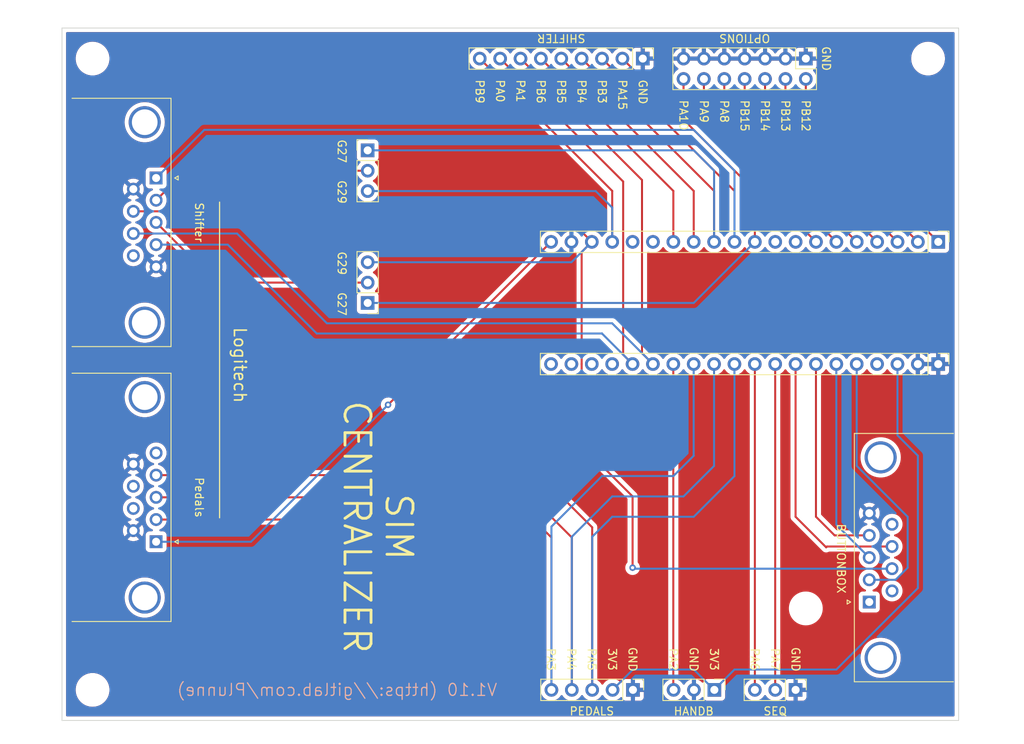
<source format=kicad_pcb>
(kicad_pcb (version 20211014) (generator pcbnew)
  (layers (0 "F.Cu" signal) (31 "B.Cu" signal) (34 "B.Paste" user) (35 "F.Paste" user) (36 "B.SilkS" user "B.Silkscreen") (37 "F.SilkS" user "F.Silkscreen") (38 "B.Mask" user) (39 "F.Mask" user) (44 "Edge.Cuts" user))
  (net 0 "")
  (net 2 "/SHIFT_R")
  (net 3 "+5V")
  (net 4 "/SHIFT_X")
  (net 5 "/RX")
  (net 6 "GND")
  (net 7 "/SHIFT_Y")
  (net 8 "/TX")
  (net 9 "/SEQ_UP")
  (net 10 "/SEQ_DOWN")
  (net 11 "/BOX_RST")
  (net 13 "/BOX_MODE")
  (net 15 "/SHIFT_CK")
  (net 16 "/SHIFT_PIN2")
  (net 18 "/OPT1")
  (net 19 "/SHIFT_PIN3")
  (net 20 "+3V3")
  (net 21 "/HANDB")
  (net 22 "/OPT2")
  (net 23 "/OPT3")
  (net 24 "/OPT4")
  (net 25 "/PEDAL1")
  (net 26 "/PEDAL2")
  (net 27 "/OPT5")
  (net 28 "/PEDAL3")
  (net 32 "/OPT6")
  (net 33 "/OPT7")
  (net 36 "/SHIFT_CS")
  (net 37 "/SHIFT_MISO")
  (net 38 "/SHIFT_4")
  (net 39 "/SHIFT_5")
  (footprint "MountingHole:MountingHole_3.2mm_M3" (layer "F.Cu") (at 99.06 59.69)
    (fp_text reference "REF**" hide)
    (fp_text value "MountingHole_3.2mm_M3")
    (pad "" np_thru_hole circle (at 0 0) (size 3.2 3.2) (drill 3.2) (layers *.Cu *.Mask))
  )
  (footprint "MountingHole:MountingHole_3.2mm_M3" (layer "F.Cu") (at 187.96 128.27)
    (fp_text reference "REF**" hide)
    (fp_text value "MountingHole_3.2mm_M3")
    (pad "" np_thru_hole circle (at 0 0) (size 3.2 3.2) (drill 3.2) (layers *.Cu *.Mask))
  )
  (footprint "Connector_Dsub:DSUB-9_Male_Horizontal_P2.77x2.84mm_EdgePinOffset7.70mm_Housed_MountingHolesOffset9.12mm" (layer "F.Cu") (at 106.98 74.585 -90)
    (fp_text reference "DB2" hide)
    (fp_text value "DB9_Male")
    (fp_line (start -9.945 10.48) (end -9.945 -1.86) (layer "F.SilkS") (width 0.12))
    (fp_line (start -9.945 -1.86) (end 21.025 -1.86) (layer "F.SilkS") (width 0.12))
    (fp_line (start 0 -2.321325) (end -0.25 -2.754338) (layer "F.SilkS") (width 0.12))
    (fp_line (start -0.25 -2.754338) (end 0.25 -2.754338) (layer "F.SilkS") (width 0.12))
    (fp_line (start 21.025 -1.86) (end 21.025 10.48) (layer "F.SilkS") (width 0.12))
    (fp_line (start 0.25 -2.754338) (end 0 -2.321325) (layer "F.SilkS") (width 0.12))
    (pad "0" thru_hole circle (at -6.96 1.42 270) (size 4 4) (drill 3.2) (layers *.Cu *.Mask))
    (pad "0" thru_hole circle (at 18.04 1.42 270) (size 4 4) (drill 3.2) (layers *.Cu *.Mask))
    (pad "1" thru_hole rect (at 0 0 270) (size 1.6 1.6) (drill 1) (layers *.Cu *.Mask) (net 15 "/SHIFT_CK"))
    (pad "2" thru_hole circle (at 2.77 0 270) (size 1.6 1.6) (drill 1) (layers *.Cu *.Mask) (net 16 "/SHIFT_PIN2"))
    (pad "3" thru_hole circle (at 5.54 0 270) (size 1.6 1.6) (drill 1) (layers *.Cu *.Mask) (net 19 "/SHIFT_PIN3"))
    (pad "4" thru_hole circle (at 8.31 0 270) (size 1.6 1.6) (drill 1) (layers *.Cu *.Mask) (net 4 "/SHIFT_X"))
    (pad "5" thru_hole circle (at 11.08 0 270) (size 1.6 1.6) (drill 1) (layers *.Cu *.Mask) (net 6 "GND"))
    (pad "6" thru_hole circle (at 1.385 2.84 270) (size 1.6 1.6) (drill 1) (layers *.Cu *.Mask) (net 6 "GND"))
    (pad "7" thru_hole circle (at 4.155 2.84 270) (size 1.6 1.6) (drill 1) (layers *.Cu *.Mask) (net 3 "+5V"))
    (pad "8" thru_hole circle (at 6.925 2.84 270) (size 1.6 1.6) (drill 1) (layers *.Cu *.Mask) (net 7 "/SHIFT_Y"))
    (pad "9" thru_hole circle (at 9.695 2.84 270) (size 1.6 1.6) (drill 1) (layers *.Cu *.Mask))
  )
  (footprint "Connector_PinHeader_2.54mm:PinHeader_2x07_P2.54mm_Vertical" (layer "F.Cu") (at 187.96 59.69 -90)
    (fp_text reference "J6" hide)
    (fp_text value "Conn_02x07_Odd_Even")
    (fp_line (start -1.33 -1.33) (end 0 -1.33) (layer "F.SilkS") (width 0.12))
    (fp_line (start 1.27 1.27) (end 1.27 -1.33) (layer "F.SilkS") (width 0.12))
    (fp_line (start 3.87 -1.33) (end 3.87 16.57) (layer "F.SilkS") (width 0.12))
    (fp_line (start -1.33 0) (end -1.33 -1.33) (layer "F.SilkS") (width 0.12))
    (fp_line (start -1.33 16.57) (end 3.87 16.57) (layer "F.SilkS") (width 0.12))
    (fp_line (start -1.33 1.27) (end -1.33 16.57) (layer "F.SilkS") (width 0.12))
    (fp_line (start -1.33 1.27) (end 1.27 1.27) (layer "F.SilkS") (width 0.12))
    (fp_line (start 1.27 -1.33) (end 3.87 -1.33) (layer "F.SilkS") (width 0.12))
    (pad "1" thru_hole rect (at 0 0 270) (size 1.7 1.7) (drill 1) (layers *.Cu *.Mask) (net 6 "GND"))
    (pad "2" thru_hole oval (at 2.54 0 270) (size 1.7 1.7) (drill 1) (layers *.Cu *.Mask) (net 18 "/OPT1"))
    (pad "3" thru_hole oval (at 0 2.54 270) (size 1.7 1.7) (drill 1) (layers *.Cu *.Mask) (net 6 "GND"))
    (pad "4" thru_hole oval (at 2.54 2.54 270) (size 1.7 1.7) (drill 1) (layers *.Cu *.Mask) (net 22 "/OPT2"))
    (pad "5" thru_hole oval (at 0 5.08 270) (size 1.7 1.7) (drill 1) (layers *.Cu *.Mask) (net 6 "GND"))
    (pad "6" thru_hole oval (at 2.54 5.08 270) (size 1.7 1.7) (drill 1) (layers *.Cu *.Mask) (net 23 "/OPT3"))
    (pad "7" thru_hole oval (at 0 7.62 270) (size 1.7 1.7) (drill 1) (layers *.Cu *.Mask) (net 6 "GND"))
    (pad "8" thru_hole oval (at 2.54 7.62 270) (size 1.7 1.7) (drill 1) (layers *.Cu *.Mask) (net 24 "/OPT4"))
    (pad "9" thru_hole oval (at 0 10.16 270) (size 1.7 1.7) (drill 1) (layers *.Cu *.Mask) (net 6 "GND"))
    (pad "10" thru_hole oval (at 2.54 10.16 270) (size 1.7 1.7) (drill 1) (layers *.Cu *.Mask) (net 27 "/OPT5"))
    (pad "11" thru_hole oval (at 0 12.7 270) (size 1.7 1.7) (drill 1) (layers *.Cu *.Mask) (net 6 "GND"))
    (pad "12" thru_hole oval (at 2.54 12.7 270) (size 1.7 1.7) (drill 1) (layers *.Cu *.Mask) (net 32 "/OPT6"))
    (pad "13" thru_hole oval (at 0 15.24 270) (size 1.7 1.7) (drill 1) (layers *.Cu *.Mask) (net 6 "GND"))
    (pad "14" thru_hole oval (at 2.54 15.24 270) (size 1.7 1.7) (drill 1) (layers *.Cu *.Mask) (net 33 "/OPT7"))
  )
  (footprint "Connector_Dsub:DSUB-9_Female_Horizontal_P2.77x2.84mm_EdgePinOffset7.70mm_Housed_MountingHolesOffset9.12mm" (layer "F.Cu") (at 106.98 119.955 -90)
    (fp_text reference "DB3" hide)
    (fp_text value "DB9_Female")
    (fp_line (start 9.945 -1.86) (end 9.945 10.48) (layer "F.SilkS") (width 0.12))
    (fp_line (start -0.25 -2.754338) (end 0.25 -2.754338) (layer "F.SilkS") (width 0.12))
    (fp_line (start -21.025 -1.86) (end 9.945 -1.86) (layer "F.SilkS") (width 0.12))
    (fp_line (start 0 -2.321325) (end -0.25 -2.754338) (layer "F.SilkS") (width 0.12))
    (fp_line (start -21.025 10.48) (end -21.025 -1.86) (layer "F.SilkS") (width 0.12))
    (fp_line (start 0.25 -2.754338) (end 0 -2.321325) (layer "F.SilkS") (width 0.12))
    (pad "0" thru_hole circle (at -18.04 1.42 270) (size 4 4) (drill 3.2) (layers *.Cu *.Mask))
    (pad "0" thru_hole circle (at 6.96 1.42 270) (size 4 4) (drill 3.2) (layers *.Cu *.Mask))
    (pad "1" thru_hole rect (at 0 0 270) (size 1.6 1.6) (drill 1) (layers *.Cu *.Mask) (net 20 "+3V3"))
    (pad "2" thru_hole circle (at -2.77 0 270) (size 1.6 1.6) (drill 1) (layers *.Cu *.Mask) (net 25 "/PEDAL1"))
    (pad "3" thru_hole circle (at -5.54 0 270) (size 1.6 1.6) (drill 1) (layers *.Cu *.Mask) (net 26 "/PEDAL2"))
    (pad "4" thru_hole circle (at -8.31 0 270) (size 1.6 1.6) (drill 1) (layers *.Cu *.Mask) (net 28 "/PEDAL3"))
    (pad "5" thru_hole circle (at -11.08 0 270) (size 1.6 1.6) (drill 1) (layers *.Cu *.Mask))
    (pad "6" thru_hole circle (at -1.385 2.84 270) (size 1.6 1.6) (drill 1) (layers *.Cu *.Mask) (net 6 "GND"))
    (pad "7" thru_hole circle (at -4.155 2.84 270) (size 1.6 1.6) (drill 1) (layers *.Cu *.Mask))
    (pad "8" thru_hole circle (at -6.925 2.84 270) (size 1.6 1.6) (drill 1) (layers *.Cu *.Mask))
    (pad "9" thru_hole circle (at -9.695 2.84 270) (size 1.6 1.6) (drill 1) (layers *.Cu *.Mask) (net 6 "GND"))
  )
  (footprint "Connector_PinHeader_2.54mm:PinHeader_1x03_P2.54mm_Vertical" (layer "F.Cu") (at 133.35 90.17 180)
    (fp_text reference "J9" hide)
    (fp_text value "Conn_01x03_Male")
    (fp_line (start -1.33 1.27) (end 1.33 1.27) (layer "F.SilkS") (width 0.12))
    (fp_line (start -1.33 1.27) (end -1.33 6.41) (layer "F.SilkS") (width 0.12))
    (fp_line (start -1.33 6.41) (end 1.33 6.41) (layer "F.SilkS") (width 0.12))
    (fp_line (start -1.33 0) (end -1.33 -1.33) (layer "F.SilkS") (width 0.12))
    (fp_line (start -1.33 -1.33) (end 0 -1.33) (layer "F.SilkS") (width 0.12))
    (fp_line (start 1.33 1.27) (end 1.33 6.41) (layer "F.SilkS") (width 0.12))
    (pad "1" thru_hole rect (at 0 0 180) (size 1.7 1.7) (drill 1) (layers *.Cu *.Mask) (net 36 "/SHIFT_CS"))
    (pad "2" thru_hole oval (at 0 2.54 180) (size 1.7 1.7) (drill 1) (layers *.Cu *.Mask) (net 19 "/SHIFT_PIN3"))
    (pad "3" thru_hole oval (at 0 5.08 180) (size 1.7 1.7) (drill 1) (layers *.Cu *.Mask) (net 3 "+5V"))
  )
  (footprint "Connector_PinHeader_2.54mm:PinHeader_1x03_P2.54mm_Vertical" (layer "F.Cu") (at 133.35 71.135)
    (fp_text reference "J8" hide)
    (fp_text value "Conn_01x03_Male")
    (fp_line (start -1.33 6.41) (end 1.33 6.41) (layer "F.SilkS") (width 0.12))
    (fp_line (start -1.33 1.27) (end -1.33 6.41) (layer "F.SilkS") (width 0.12))
    (fp_line (start -1.33 1.27) (end 1.33 1.27) (layer "F.SilkS") (width 0.12))
    (fp_line (start -1.33 -1.33) (end 0 -1.33) (layer "F.SilkS") (width 0.12))
    (fp_line (start -1.33 0) (end -1.33 -1.33) (layer "F.SilkS") (width 0.12))
    (fp_line (start 1.33 1.27) (end 1.33 6.41) (layer "F.SilkS") (width 0.12))
    (pad "1" thru_hole rect (at 0 0) (size 1.7 1.7) (drill 1) (layers *.Cu *.Mask) (net 37 "/SHIFT_MISO"))
    (pad "2" thru_hole oval (at 0 2.54) (size 1.7 1.7) (drill 1) (layers *.Cu *.Mask) (net 16 "/SHIFT_PIN2"))
    (pad "3" thru_hole oval (at 0 5.08) (size 1.7 1.7) (drill 1) (layers *.Cu *.Mask) (net 2 "/SHIFT_R"))
  )
  (footprint "Connector_PinHeader_2.54mm:PinHeader_1x20_P2.54mm_Vertical" (layer "F.Cu") (at 204.47 82.55 -90)
    (fp_text reference "J1" hide)
    (fp_text value "Conn_01x20_Male")
    (fp_line (start -1.33 -1.33) (end 0 -1.33) (layer "F.SilkS") (width 0.12))
    (fp_line (start -1.33 1.27) (end 1.33 1.27) (layer "F.SilkS") (width 0.12))
    (fp_line (start 1.33 1.27) (end 1.33 49.59) (layer "F.SilkS") (width 0.12))
    (fp_line (start -1.33 0) (end -1.33 -1.33) (layer "F.SilkS") (width 0.12))
    (fp_line (start -1.33 1.27) (end -1.33 49.59) (layer "F.SilkS") (width 0.12))
    (fp_line (start -1.33 49.59) (end 1.33 49.59) (layer "F.SilkS") (width 0.12))
    (pad "1" thru_hole rect (at 0 0 270) (size 1.7 1.7) (drill 1) (layers *.Cu *.Mask) (net 18 "/OPT1"))
    (pad "2" thru_hole oval (at 0 2.54 270) (size 1.7 1.7) (drill 1) (layers *.Cu *.Mask) (net 22 "/OPT2"))
    (pad "3" thru_hole oval (at 0 5.08 270) (size 1.7 1.7) (drill 1) (layers *.Cu *.Mask) (net 23 "/OPT3"))
    (pad "4" thru_hole oval (at 0 7.62 270) (size 1.7 1.7) (drill 1) (layers *.Cu *.Mask) (net 24 "/OPT4"))
    (pad "5" thru_hole oval (at 0 10.16 270) (size 1.7 1.7) (drill 1) (layers *.Cu *.Mask) (net 27 "/OPT5"))
    (pad "6" thru_hole oval (at 0 12.7 270) (size 1.7 1.7) (drill 1) (layers *.Cu *.Mask) (net 32 "/OPT6"))
    (pad "7" thru_hole oval (at 0 15.24 270) (size 1.7 1.7) (drill 1) (layers *.Cu *.Mask) (net 33 "/OPT7"))
    (pad "8" thru_hole oval (at 0 17.78 270) (size 1.7 1.7) (drill 1) (layers *.Cu *.Mask))
    (pad "9" thru_hole oval (at 0 20.32 270) (size 1.7 1.7) (drill 1) (layers *.Cu *.Mask))
    (pad "10" thru_hole oval (at 0 22.86 270) (size 1.7 1.7) (drill 1) (layers *.Cu *.Mask) (net 36 "/SHIFT_CS"))
    (pad "11" thru_hole oval (at 0 25.4 270) (size 1.7 1.7) (drill 1) (layers *.Cu *.Mask) (net 15 "/SHIFT_CK"))
    (pad "12" thru_hole oval (at 0 27.94 270) (size 1.7 1.7) (drill 1) (layers *.Cu *.Mask) (net 37 "/SHIFT_MISO"))
    (pad "13" thru_hole oval (at 0 30.48 270) (size 1.7 1.7) (drill 1) (layers *.Cu *.Mask) (net 38 "/SHIFT_4"))
    (pad "14" thru_hole oval (at 0 33.02 270) (size 1.7 1.7) (drill 1) (layers *.Cu *.Mask) (net 39 "/SHIFT_5"))
    (pad "15" thru_hole oval (at 0 35.56 270) (size 1.7 1.7) (drill 1) (layers *.Cu *.Mask))
    (pad "16" thru_hole oval (at 0 38.1 270) (size 1.7 1.7) (drill 1) (layers *.Cu *.Mask))
    (pad "17" thru_hole oval (at 0 40.64 270) (size 1.7 1.7) (drill 1) (layers *.Cu *.Mask) (net 2 "/SHIFT_R"))
    (pad "18" thru_hole oval (at 0 43.18 270) (size 1.7 1.7) (drill 1) (layers *.Cu *.Mask) (net 3 "+5V"))
    (pad "19" thru_hole oval (at 0 45.72 270) (size 1.7 1.7) (drill 1) (layers *.Cu *.Mask) (net 6 "GND"))
    (pad "20" thru_hole oval (at 0 48.26 270) (size 1.7 1.7) (drill 1) (layers *.Cu *.Mask) (net 20 "+3V3"))
  )
  (footprint "Connector_PinHeader_2.54mm:PinHeader_1x03_P2.54mm_Vertical" (layer "F.Cu") (at 176.56 138.43 -90)
    (fp_text reference "J4" hide)
    (fp_text value "Conn_01x03_Male")
    (fp_line (start -1.33 0) (end -1.33 -1.33) (layer "F.SilkS") (width 0.12))
    (fp_line (start 1.33 1.27) (end 1.33 6.41) (layer "F.SilkS") (width 0.12))
    (fp_line (start -1.33 6.41) (end 1.33 6.41) (layer "F.SilkS") (width 0.12))
    (fp_line (start -1.33 1.27) (end 1.33 1.27) (layer "F.SilkS") (width 0.12))
    (fp_line (start -1.33 -1.33) (end 0 -1.33) (layer "F.SilkS") (width 0.12))
    (fp_line (start -1.33 1.27) (end -1.33 6.41) (layer "F.SilkS") (width 0.12))
    (pad "1" thru_hole rect (at 0 0 270) (size 1.7 1.7) (drill 1) (layers *.Cu *.Mask) (net 20 "+3V3"))
    (pad "2" thru_hole oval (at 0 2.54 270) (size 1.7 1.7) (drill 1) (layers *.Cu *.Mask) (net 6 "GND"))
    (pad "3" thru_hole oval (at 0 5.08 270) (size 1.7 1.7) (drill 1) (layers *.Cu *.Mask) (net 21 "/HANDB"))
  )
  (footprint "Connector_Dsub:DSUB-9_Male_Horizontal_P2.77x2.84mm_EdgePinOffset7.70mm_Housed_MountingHolesOffset9.12mm" (layer "F.Cu") (at 195.869669 127.47 90)
    (fp_text reference "DB1" hide)
    (fp_text value "DB9_Male")
    (fp_line (start 0 -2.321325) (end -0.25 -2.754338) (layer "F.SilkS") (width 0.12))
    (fp_line (start -0.25 -2.754338) (end 0.25 -2.754338) (layer "F.SilkS") (width 0.12))
    (fp_line (start 21.025 -1.86) (end 21.025 10.48) (layer "F.SilkS") (width 0.12))
    (fp_line (start -9.945 -1.86) (end 21.025 -1.86) (layer "F.SilkS") (width 0.12))
    (fp_line (start -9.945 10.48) (end -9.945 -1.86) (layer "F.SilkS") (width 0.12))
    (fp_line (start 0.25 -2.754338) (end 0 -2.321325) (layer "F.SilkS") (width 0.12))
    (pad "0" thru_hole circle (at 18.04 1.42 90) (size 4 4) (drill 3.2) (layers *.Cu *.Mask))
    (pad "0" thru_hole circle (at -6.96 1.42 90) (size 4 4) (drill 3.2) (layers *.Cu *.Mask))
    (pad "1" thru_hole rect (at 0 0 90) (size 1.6 1.6) (drill 1) (layers *.Cu *.Mask))
    (pad "2" thru_hole circle (at 2.77 0 90) (size 1.6 1.6) (drill 1) (layers *.Cu *.Mask) (net 5 "/RX"))
    (pad "3" thru_hole circle (at 5.54 0 90) (size 1.6 1.6) (drill 1) (layers *.Cu *.Mask) (net 8 "/TX"))
    (pad "4" thru_hole circle (at 8.31 0 90) (size 1.6 1.6) (drill 1) (layers *.Cu *.Mask) (net 11 "/BOX_RST"))
    (pad "5" thru_hole circle (at 11.08 0 90) (size 1.6 1.6) (drill 1) (layers *.Cu *.Mask) (net 6 "GND"))
    (pad "6" thru_hole circle (at 1.385 2.84 90) (size 1.6 1.6) (drill 1) (layers *.Cu *.Mask))
    (pad "7" thru_hole circle (at 4.155 2.84 90) (size 1.6 1.6) (drill 1) (layers *.Cu *.Mask) (net 3 "+5V"))
    (pad "8" thru_hole circle (at 6.925 2.84 90) (size 1.6 1.6) (drill 1) (layers *.Cu *.Mask) (net 13 "/BOX_MODE"))
    (pad "9" thru_hole circle (at 9.695 2.84 90) (size 1.6 1.6) (drill 1) (layers *.Cu *.Mask))
  )
  (footprint "Connector_PinHeader_2.54mm:PinHeader_1x05_P2.54mm_Vertical" (layer "F.Cu") (at 166.415 138.43 -90)
    (fp_text reference "J5" hide)
    (fp_text value "Conn_01x05_Male")
    (fp_line (start 1.33 1.27) (end 1.33 11.49) (layer "F.SilkS") (width 0.12))
    (fp_line (start -1.33 -1.33) (end 0 -1.33) (layer "F.SilkS") (width 0.12))
    (fp_line (start -1.33 1.27) (end 1.33 1.27) (layer "F.SilkS") (width 0.12))
    (fp_line (start -1.33 1.27) (end -1.33 11.49) (layer "F.SilkS") (width 0.12))
    (fp_line (start -1.33 11.49) (end 1.33 11.49) (layer "F.SilkS") (width 0.12))
    (fp_line (start -1.33 0) (end -1.33 -1.33) (layer "F.SilkS") (width 0.12))
    (pad "1" thru_hole rect (at 0 0 270) (size 1.7 1.7) (drill 1) (layers *.Cu *.Mask) (net 6 "GND"))
    (pad "2" thru_hole oval (at 0 2.54 270) (size 1.7 1.7) (drill 1) (layers *.Cu *.Mask) (net 20 "+3V3"))
    (pad "3" thru_hole oval (at 0 5.08 270) (size 1.7 1.7) (drill 1) (layers *.Cu *.Mask) (net 28 "/PEDAL3"))
    (pad "4" thru_hole oval (at 0 7.62 270) (size 1.7 1.7) (drill 1) (layers *.Cu *.Mask) (net 26 "/PEDAL2"))
    (pad "5" thru_hole oval (at 0 10.16 270) (size 1.7 1.7) (drill 1) (layers *.Cu *.Mask) (net 25 "/PEDAL1"))
  )
  (footprint "MountingHole:MountingHole_3.2mm_M3" (layer "F.Cu") (at 203.2 59.69)
    (fp_text reference "REF**" hide)
    (fp_text value "MountingHole_3.2mm_M3")
    (pad "" np_thru_hole circle (at 0 0) (size 3.2 3.2) (drill 3.2) (layers *.Cu *.Mask))
  )
  (footprint "Connector_PinHeader_2.54mm:PinHeader_1x03_P2.54mm_Vertical" (layer "F.Cu") (at 186.69 138.43 -90)
    (fp_text reference "J3" hide)
    (fp_text value "Conn_01x03_Male")
    (fp_line (start -1.33 6.41) (end 1.33 6.41) (layer "F.SilkS") (width 0.12))
    (fp_line (start 1.33 1.27) (end 1.33 6.41) (layer "F.SilkS") (width 0.12))
    (fp_line (start -1.33 -1.33) (end 0 -1.33) (layer "F.SilkS") (width 0.12))
    (fp_line (start -1.33 0) (end -1.33 -1.33) (layer "F.SilkS") (width 0.12))
    (fp_line (start -1.33 1.27) (end -1.33 6.41) (layer "F.SilkS") (width 0.12))
    (fp_line (start -1.33 1.27) (end 1.33 1.27) (layer "F.SilkS") (width 0.12))
    (pad "1" thru_hole rect (at 0 0 270) (size 1.7 1.7) (drill 1) (layers *.Cu *.Mask) (net 6 "GND"))
    (pad "2" thru_hole oval (at 0 2.54 270) (size 1.7 1.7) (drill 1) (layers *.Cu *.Mask) (net 10 "/SEQ_DOWN"))
    (pad "3" thru_hole oval (at 0 5.08 270) (size 1.7 1.7) (drill 1) (layers *.Cu *.Mask) (net 9 "/SEQ_UP"))
  )
  (footprint "Connector_PinHeader_2.54mm:PinHeader_1x20_P2.54mm_Vertical" (layer "F.Cu") (at 204.465 97.79 -90)
    (fp_text reference "J2" hide)
    (fp_text value "Conn_01x20_Male")
    (fp_line (start -1.33 49.59) (end 1.33 49.59) (layer "F.SilkS") (width 0.12))
    (fp_line (start -1.33 0) (end -1.33 -1.33) (layer "F.SilkS") (width 0.12))
    (fp_line (start -1.33 1.27) (end 1.33 1.27) (layer "F.SilkS") (width 0.12))
    (fp_line (start -1.33 1.27) (end -1.33 49.59) (layer "F.SilkS") (width 0.12))
    (fp_line (start -1.33 -1.33) (end 0 -1.33) (layer "F.SilkS") (width 0.12))
    (fp_line (start 1.33 1.27) (end 1.33 49.59) (layer "F.SilkS") (width 0.12))
    (pad "1" thru_hole rect (at 0 0 270) (size 1.7 1.7) (drill 1) (layers *.Cu *.Mask) (net 6 "GND"))
    (pad "2" thru_hole oval (at 0 2.54 270) (size 1.7 1.7) (drill 1) (layers *.Cu *.Mask) (net 6 "GND"))
    (pad "3" thru_hole oval (at 0 5.08 270) (size 1.7 1.7) (drill 1) (layers *.Cu *.Mask) (net 20 "+3V3"))
    (pad "4" thru_hole oval (at 0 7.62 270) (size 1.7 1.7) (drill 1) (layers *.Cu *.Mask))
    (pad "5" thru_hole oval (at 0 10.16 270) (size 1.7 1.7) (drill 1) (layers *.Cu *.Mask) (net 5 "/RX"))
    (pad "6" thru_hole oval (at 0 12.7 270) (size 1.7 1.7) (drill 1) (layers *.Cu *.Mask) (net 8 "/TX"))
    (pad "7" thru_hole oval (at 0 15.24 270) (size 1.7 1.7) (drill 1) (layers *.Cu *.Mask) (net 11 "/BOX_RST"))
    (pad "8" thru_hole oval (at 0 17.78 270) (size 1.7 1.7) (drill 1) (layers *.Cu *.Mask) (net 13 "/BOX_MODE"))
    (pad "9" thru_hole oval (at 0 20.32 270) (size 1.7 1.7) (drill 1) (layers *.Cu *.Mask) (net 10 "/SEQ_DOWN"))
    (pad "10" thru_hole oval (at 0 22.86 270) (size 1.7 1.7) (drill 1) (layers *.Cu *.Mask) (net 9 "/SEQ_UP"))
    (pad "11" thru_hole oval (at 0 25.4 270) (size 1.7 1.7) (drill 1) (layers *.Cu *.Mask) (net 28 "/PEDAL3"))
    (pad "12" thru_hole oval (at 0 27.94 270) (size 1.7 1.7) (drill 1) (layers *.Cu *.Mask) (net 26 "/PEDAL2"))
    (pad "13" thru_hole oval (at 0 30.48 270) (size 1.7 1.7) (drill 1) (layers *.Cu *.Mask) (net 25 "/PEDAL1"))
    (pad "14" thru_hole oval (at 0 33.02 270) (size 1.7 1.7) (drill 1) (layers *.Cu *.Mask) (net 21 "/HANDB"))
    (pad "15" thru_hole oval (at 0 35.56 270) (size 1.7 1.7) (drill 1) (layers *.Cu *.Mask) (net 7 "/SHIFT_Y"))
    (pad "16" thru_hole oval (at 0 38.1 270) (size 1.7 1.7) (drill 1) (layers *.Cu *.Mask) (net 4 "/SHIFT_X"))
    (pad "17" thru_hole oval (at 0 40.64 270) (size 1.7 1.7) (drill 1) (layers *.Cu *.Mask))
    (pad "18" thru_hole oval (at 0 43.18 270) (size 1.7 1.7) (drill 1) (layers *.Cu *.Mask))
    (pad "19" thru_hole oval (at 0 45.72 270) (size 1.7 1.7) (drill 1) (layers *.Cu *.Mask))
    (pad "20" thru_hole oval (at 0 48.26 270) (size 1.7 1.7) (drill 1) (layers *.Cu *.Mask))
  )
  (footprint "Connector_PinHeader_2.54mm:PinHeader_1x09_P2.54mm_Vertical" (layer "F.Cu") (at 167.64 59.69 -90)
    (fp_text reference "J7" hide)
    (fp_text value "Conn_01x09_Male")
    (fp_line (start -1.33 -1.33) (end 0 -1.33) (layer "F.SilkS") (width 0.12))
    (fp_line (start 1.33 1.27) (end 1.33 21.65) (layer "F.SilkS") (width 0.12))
    (fp_line (start -1.33 1.27) (end -1.33 21.65) (layer "F.SilkS") (width 0.12))
    (fp_line (start -1.33 0) (end -1.33 -1.33) (layer "F.SilkS") (width 0.12))
    (fp_line (start -1.33 1.27) (end 1.33 1.27) (layer "F.SilkS") (width 0.12))
    (fp_line (start -1.33 21.65) (end 1.33 21.65) (layer "F.SilkS") (width 0.12))
    (pad "1" thru_hole rect (at 0 0 270) (size 1.7 1.7) (drill 1) (layers *.Cu *.Mask) (net 6 "GND"))
    (pad "2" thru_hole oval (at 0 2.54 270) (size 1.7 1.7) (drill 1) (layers *.Cu *.Mask) (net 36 "/SHIFT_CS"))
    (pad "3" thru_hole oval (at 0 5.08 270) (size 1.7 1.7) (drill 1) (layers *.Cu *.Mask) (net 15 "/SHIFT_CK"))
    (pad "4" thru_hole oval (at 0 7.62 270) (size 1.7 1.7) (drill 1) (layers *.Cu *.Mask) (net 37 "/SHIFT_MISO"))
    (pad "5" thru_hole oval (at 0 10.16 270) (size 1.7 1.7) (drill 1) (layers *.Cu *.Mask) (net 38 "/SHIFT_4"))
    (pad "6" thru_hole oval (at 0 12.7 270) (size 1.7 1.7) (drill 1) (layers *.Cu *.Mask) (net 39 "/SHIFT_5"))
    (pad "7" thru_hole oval (at 0 15.24 270) (size 1.7 1.7) (drill 1) (layers *.Cu *.Mask) (net 7 "/SHIFT_Y"))
    (pad "8" thru_hole oval (at 0 17.78 270) (size 1.7 1.7) (drill 1) (layers *.Cu *.Mask) (net 4 "/SHIFT_X"))
    (pad "9" thru_hole oval (at 0 20.32 270) (size 1.7 1.7) (drill 1) (layers *.Cu *.Mask) (net 2 "/SHIFT_R"))
  )
  (footprint "MountingHole:MountingHole_3.2mm_M3" (layer "F.Cu") (at 99.06 138.43)
    (fp_text reference "REF**" hide)
    (fp_text value "MountingHole_3.2mm_M3")
    (pad "" np_thru_hole circle (at 0 0) (size 3.2 3.2) (drill 3.2) (layers *.Cu *.Mask))
  )
  (gr_line (start 114.889669 116.965) (end 114.889669 77.595) (layer "F.SilkS") (width 0.15))
  (gr_line (start 95.25 55.88) (end 95.25 142.24) (layer "Edge.Cuts") (width 0.1))
  (gr_line (start 207.01 55.88) (end 95.25 55.88) (layer "Edge.Cuts") (width 0.1))
  (gr_line (start 207.01 142.24) (end 207.01 55.88) (layer "Edge.Cuts") (width 0.1))
  (gr_line (start 95.25 142.24) (end 207.01 142.24) (layer "Edge.Cuts") (width 0.1))
  (gr_text "V1.10 (https://gitlab.com/Plunne)" (at 129.54 138.43) (layer "B.SilkS") (effects (font (size 1.5 1.5)) (justify mirror)))
  (gr_text "Logitech" (at 117.429669 97.915 270) (layer "F.SilkS") (effects (font (size 1.5 1.5) (thickness 0.2))))
  (gr_text "GND" (at 167.64 62.23 270) (layer "F.SilkS") (effects (font (size 1 1)) (justify left)))
  (gr_text "GND" (at 173.99 134.62 270) (layer "F.SilkS") (effects (font (size 1 1))))
  (gr_text "Shifter" (at 112.349669 80.135 270) (layer "F.SilkS") (effects (font (size 1 1))))
  (gr_text "G29" (at 130.129669 85.215 270) (layer "F.SilkS") (effects (font (size 1 1))))
  (gr_text "PA6" (at 181.61 134.62 270) (layer "F.SilkS") (effects (font (size 1 1))))
  (gr_text "BUTTONBOX" (at 192.359669 122.045 270) (layer "F.SilkS") (effects (font (size 1 1))))
  (gr_text "PA9" (at 175.26 64.77 270) (layer "F.SilkS") (effects (font (size 1 1)) (justify left)))
  (gr_text "PEDALS" (at 161.29 141.095) (layer "F.SilkS") (effects (font (size 1 1))))
  (gr_text "PB9" (at 147.32 62.23 270) (layer "F.SilkS") (effects (font (size 1 1)) (justify left)))
  (gr_text "SIM\nCENTRALIZER" (at 134.62 118.11 270) (layer "F.SilkS") (effects (font (size 3.25 3.25) (thickness 0.35))))
  (gr_text "PB13" (at 185.42 64.77 270) (layer "F.SilkS") (effects (font (size 1 1)) (justify left)))
  (gr_text "PA2" (at 171.45 134.62 270) (layer "F.SilkS") (effects (font (size 1 1))))
  (gr_text "OPTIONS" (at 180.34 57.15 180) (layer "F.SilkS") (effects (font (size 1 1))))
  (gr_text "G27" (at 130.129669 71.245 270) (layer "F.SilkS") (effects (font (size 1 1))))
  (gr_text "PA15" (at 165.1 62.23 270) (layer "F.SilkS") (effects (font (size 1 1)) (justify left)))
  (gr_text "PA10" (at 172.72 64.77 270) (layer "F.SilkS") (effects (font (size 1 1)) (justify left)))
  (gr_text "PA7" (at 184.15 134.62 270) (layer "F.SilkS") (effects (font (size 1 1))))
  (gr_text "PA8" (at 177.8 64.77 270) (layer "F.SilkS") (effects (font (size 1 1)) (justify left)))
  (gr_text "SEQ" (at 184.15 141.095) (layer "F.SilkS") (effects (font (size 1 1))))
  (gr_text "PA4" (at 158.75 134.62 270) (layer "F.SilkS") (effects (font (size 1 1))))
  (gr_text "PA5" (at 161.29 134.62 270) (layer "F.SilkS") (effects (font (size 1 1))))
  (gr_text "G27" (at 130.129669 90.295 270) (layer "F.SilkS") (effects (font (size 1 1))))
  (gr_text "PB12" (at 187.96 64.77 270) (layer "F.SilkS") (effects (font (size 1 1)) (justify left)))
  (gr_text "PB15" (at 180.34 64.77 270) (layer "F.SilkS") (effects (font (size 1 1)) (justify left)))
  (gr_text "PA1" (at 152.4 62.23 270) (layer "F.SilkS") (effects (font (size 1 1)) (justify left)))
  (gr_text "HANDB" (at 173.99 141.095) (layer "F.SilkS") (effects (font (size 1 1))))
  (gr_text "Pedals" (at 112.349669 114.425 270) (layer "F.SilkS") (effects (font (size 1 1))))
  (gr_text "SHIFTER" (at 157.48 57.15 180) (layer "F.SilkS") (effects (font (size 1 1))))
  (gr_text "PB5" (at 157.48 62.23 270) (layer "F.SilkS") (effects (font (size 1 1)) (justify left)))
  (gr_text "3V3" (at 176.53 134.62 270) (layer "F.SilkS") (effects (font (size 1 1))))
  (gr_text "GND" (at 186.69 134.62 270) (layer "F.SilkS") (effects (font (size 1 1))))
  (gr_text "GND" (at 190.5 59.69 270) (layer "F.SilkS") (effects (font (size 1 1))))
  (gr_text "PA0" (at 149.86 62.23 270) (layer "F.SilkS") (effects (font (size 1 1)) (justify left)))
  (gr_text "3V3" (at 163.83 134.62 270) (layer "F.SilkS") (effects (font (size 1 1))))
  (gr_text "PA3" (at 156.21 134.62 270) (layer "F.SilkS") (effects (font (size 1 1))))
  (gr_text "PB6" (at 154.94 62.23 270) (layer "F.SilkS") (effects (font (size 1 1)) (justify left)))
  (gr_text "PB3" (at 162.56 62.23 270) (layer "F.SilkS") (effects (font (size 1 1)) (justify left)))
  (gr_text "G29" (at 130.129669 76.325 270) (layer "F.SilkS") (effects (font (size 1 1))))
  (gr_text "PB4" (at 160.02 62.23 270) (layer "F.SilkS") (effects (font (size 1 1)) (justify left)))
  (gr_text "PB14" (at 182.88 64.77 270) (layer "F.SilkS") (effects (font (size 1 1)) (justify left)))
  (gr_text "GND" (at 166.37 134.62 270) (layer "F.SilkS") (effects (font (size 1 1))))
  (segment (start 163.83 82.55) (end 163.83 76.2) (width 0.25) (layer "F.Cu") (net 2))
  (segment (start 163.83 76.2) (end 147.32 59.69) (width 0.25) (layer "F.Cu") (net 2))
  (segment (start 133.35 76.215) (end 161.769669 76.215) (width 0.25) (layer "B.Cu") (net 2))
  (segment (start 163.83 78.275331) (end 161.769669 76.215) (width 0.25) (layer "B.Cu") (net 2))
  (segment (start 163.83 82.55) (end 163.83 78.275331) (width 0.25) (layer "B.Cu") (net 2))
  (segment (start 166.37 114.3) (end 166.37 123.19) (width 0.25) (layer "F.Cu") (net 3))
  (segment (start 161.29 82.55) (end 157.48 78.74) (width 0.25) (layer "F.Cu") (net 3))
  (segment (start 161.29 82.55) (end 160.02 83.82) (width 0.25) (layer "F.Cu") (net 3))
  (segment (start 160.02 83.82) (end 160.02 97.79) (width 0.25) (layer "F.Cu") (net 3))
  (segment (start 157.48 78.74) (end 104.14 78.74) (width 0.25) (layer "F.Cu") (net 3))
  (segment (start 160.02 107.95) (end 166.37 114.3) (width 0.25) (layer "F.Cu") (net 3))
  (segment (start 160.02 97.79) (end 160.02 107.95) (width 0.25) (layer "F.Cu") (net 3))
  (via (at 166.37 123.19) (size 0.8) (drill 0.4) (layers "F.Cu" "B.Cu") (net 3))
  (segment (start 166.495 123.315) (end 198.709669 123.315) (width 0.25) (layer "B.Cu") (net 3))
  (segment (start 158.75 85.09) (end 133.35 85.09) (width 0.25) (layer "B.Cu") (net 3))
  (segment (start 166.37 123.19) (end 166.495 123.315) (width 0.25) (layer "B.Cu") (net 3))
  (segment (start 161.29 82.55) (end 158.75 85.09) (width 0.25) (layer "B.Cu") (net 3))
  (segment (start 165.195489 75.025489) (end 165.195489 96.620489) (width 0.25) (layer "F.Cu") (net 4))
  (segment (start 165.195489 96.620489) (end 166.365 97.79) (width 0.25) (layer "F.Cu") (net 4))
  (segment (start 149.86 59.69) (end 165.195489 75.025489) (width 0.25) (layer "F.Cu") (net 4))
  (segment (start 115.915 82.895) (end 106.98 82.895) (width 0.25) (layer "B.Cu") (net 4))
  (segment (start 127 93.98) (end 115.915 82.895) (width 0.25) (layer "B.Cu") (net 4))
  (segment (start 162.56 93.98) (end 127 93.98) (width 0.25) (layer "B.Cu") (net 4))
  (segment (start 162.56 93.985) (end 162.56 93.98) (width 0.25) (layer "B.Cu") (net 4))
  (segment (start 166.365 97.79) (end 162.56 93.985) (width 0.25) (layer "B.Cu") (net 4))
  (segment (start 200.66 123.19) (end 199.15 124.7) (width 0.25) (layer "B.Cu") (net 5))
  (segment (start 200.66 116.84) (end 200.66 123.19) (width 0.25) (layer "B.Cu") (net 5))
  (segment (start 194.305 97.79) (end 194.305 110.485) (width 0.25) (layer "B.Cu") (net 5))
  (segment (start 199.15 124.7) (end 195.869669 124.7) (width 0.25) (layer "B.Cu") (net 5))
  (segment (start 194.305 110.485) (end 200.66 116.84) (width 0.25) (layer "B.Cu") (net 5))
  (segment (start 168.905 97.79) (end 167.544511 96.429511) (width 0.25) (layer "F.Cu") (net 7))
  (segment (start 167.544511 74.834511) (end 152.4 59.69) (width 0.25) (layer "F.Cu") (net 7))
  (segment (start 167.544511 96.429511) (end 167.544511 74.834511) (width 0.25) (layer "F.Cu") (net 7))
  (segment (start 117.07 81.51) (end 104.14 81.51) (width 0.25) (layer "B.Cu") (net 7))
  (segment (start 128.27 92.71) (end 117.07 81.51) (width 0.25) (layer "B.Cu") (net 7))
  (segment (start 163.825 92.71) (end 128.27 92.71) (width 0.25) (layer "B.Cu") (net 7))
  (segment (start 168.905 97.79) (end 163.825 92.71) (width 0.25) (layer "B.Cu") (net 7))
  (segment (start 195.869669 121.93) (end 191.765 117.825331) (width 0.25) (layer "B.Cu") (net 8))
  (segment (start 191.765 117.825331) (end 191.765 97.79) (width 0.25) (layer "B.Cu") (net 8))
  (segment (start 181.61 138.43) (end 181.61 97.795) (width 0.25) (layer "F.Cu") (net 9))
  (segment (start 181.61 97.795) (end 181.605 97.79) (width 0.25) (layer "F.Cu") (net 9))
  (segment (start 184.145 97.79) (end 184.145 138.425) (width 0.25) (layer "F.Cu") (net 10))
  (segment (start 184.145 138.425) (end 184.15 138.43) (width 0.25) (layer "F.Cu") (net 10))
  (segment (start 191.55 119.16) (end 189.225 116.835) (width 0.25) (layer "F.Cu") (net 11))
  (segment (start 195.869669 119.16) (end 191.55 119.16) (width 0.25) (layer "F.Cu") (net 11))
  (segment (start 189.225 116.835) (end 189.225 97.79) (width 0.25) (layer "F.Cu") (net 11))
  (segment (start 190.605 120.545) (end 198.709669 120.545) (width 0.25) (layer "F.Cu") (net 13))
  (segment (start 190.5 120.65) (end 190.605 120.545) (width 0.25) (layer "F.Cu") (net 13))
  (segment (start 186.685 116.835) (end 190.5 120.65) (width 0.25) (layer "F.Cu") (net 13))
  (segment (start 186.685 97.79) (end 186.685 116.835) (width 0.25) (layer "F.Cu") (net 13))
  (segment (start 162.56 59.69) (end 179.07 76.2) (width 0.25) (layer "F.Cu") (net 15))
  (segment (start 179.07 76.2) (end 179.07 82.55) (width 0.25) (layer "F.Cu") (net 15))
  (segment (start 179.07 73.66) (end 173.99 68.58) (width 0.25) (layer "B.Cu") (net 15))
  (segment (start 179.07 82.55) (end 179.07 73.66) (width 0.25) (layer "B.Cu") (net 15))
  (segment (start 112.985 68.58) (end 106.98 74.585) (width 0.25) (layer "B.Cu") (net 15))
  (segment (start 173.99 68.58) (end 112.985 68.58) (width 0.25) (layer "B.Cu") (net 15))
  (segment (start 110.66 73.675) (end 106.98 77.355) (width 0.25) (layer "F.Cu") (net 16))
  (segment (start 133.35 73.675) (end 110.66 73.675) (width 0.25) (layer "F.Cu") (net 16))
  (segment (start 204.47 82.55) (end 187.96 66.04) (width 0.25) (layer "F.Cu") (net 18))
  (segment (start 187.96 66.04) (end 187.96 62.23) (width 0.25) (layer "F.Cu") (net 18))
  (segment (start 133.35 87.63) (end 114.485 87.63) (width 0.25) (layer "F.Cu") (net 19))
  (segment (start 114.485 87.63) (end 106.98 80.125) (width 0.25) (layer "F.Cu") (net 19))
  (segment (start 156.21 82.55) (end 135.89 102.87) (width 0.25) (layer "F.Cu") (net 20))
  (via (at 135.89 102.87) (size 0.8) (drill 0.4) (layers "F.Cu" "B.Cu") (net 20))
  (segment (start 179.07 135.89) (end 191.77 135.89) (width 0.25) (layer "B.Cu") (net 20))
  (segment (start 199.385 97.79) (end 199.385 106.675) (width 0.25) (layer "B.Cu") (net 20))
  (segment (start 176.56 138.43) (end 176.56 138.4) (width 0.25) (layer "B.Cu") (net 20))
  (segment (start 173.99 135.89) (end 166.37 135.89) (width 0.25) (layer "B.Cu") (net 20))
  (segment (start 176.53 138.43) (end 173.99 135.89) (width 0.25) (layer "B.Cu") (net 20))
  (segment (start 201.93 125.73) (end 195.58 132.08) (width 0.25) (layer "B.Cu") (net 20))
  (segment (start 199.385 106.675) (end 201.93 109.22) (width 0.25) (layer "B.Cu") (net 20))
  (segment (start 166.37 135.89) (end 166.37 135.935) (width 0.25) (layer "B.Cu") (net 20))
  (segment (start 118.805 119.955) (end 106.98 119.955) (width 0.25) (layer "B.Cu") (net 20))
  (segment (start 201.93 109.22) (end 201.93 125.73) (width 0.25) (layer "B.Cu") (net 20))
  (segment (start 166.37 135.935) (end 163.875 138.43) (width 0.25) (layer "B.Cu") (net 20))
  (segment (start 135.89 102.87) (end 118.805 119.955) (width 0.25) (layer "B.Cu") (net 20))
  (segment (start 176.56 138.43) (end 176.53 138.43) (width 0.25) (layer "B.Cu") (net 20))
  (segment (start 191.77 135.89) (end 195.58 132.08) (width 0.25) (layer "B.Cu") (net 20))
  (segment (start 176.56 138.4) (end 179.07 135.89) (width 0.25) (layer "B.Cu") (net 20))
  (segment (start 171.445 138.395) (end 171.48 138.43) (width 0.25) (layer "F.Cu") (net 21))
  (segment (start 171.445 97.79) (end 171.445 138.395) (width 0.25) (layer "F.Cu") (net 21))
  (segment (start 185.42 62.23) (end 185.42 66.04) (width 0.25) (layer "F.Cu") (net 22))
  (segment (start 185.42 66.04) (end 201.93 82.55) (width 0.25) (layer "F.Cu") (net 22))
  (segment (start 182.88 66.04) (end 199.39 82.55) (width 0.25) (layer "F.Cu") (net 23))
  (segment (start 182.88 62.23) (end 182.88 66.04) (width 0.25) (layer "F.Cu") (net 23))
  (segment (start 180.34 62.23) (end 180.34 66.04) (width 0.25) (layer "F.Cu") (net 24))
  (segment (start 180.34 66.04) (end 196.85 82.55) (width 0.25) (layer "F.Cu") (net 24))
  (segment (start 156.255 119.425) (end 154.015 117.185) (width 0.25) (layer "F.Cu") (net 25))
  (segment (start 156.255 138.43) (end 156.255 119.425) (width 0.25) (layer "F.Cu") (net 25))
  (segment (start 154.015 117.185) (end 106.98 117.185) (width 0.25) (layer "F.Cu") (net 25))
  (segment (start 162.56 111.76) (end 171.45 111.76) (width 0.25) (layer "B.Cu") (net 25))
  (segment (start 156.255 118.065) (end 162.56 111.76) (width 0.25) (layer "B.Cu") (net 25))
  (segment (start 156.255 138.43) (end 156.255 118.065) (width 0.25) (layer "B.Cu") (net 25))
  (segment (start 173.99 109.22) (end 173.985 109.215) (width 0.25) (layer "B.Cu") (net 25))
  (segment (start 171.45 111.76) (end 173.99 109.22) (width 0.25) (layer "B.Cu") (net 25))
  (segment (start 173.985 109.215) (end 173.985 97.79) (width 0.25) (layer "B.Cu") (net 25))
  (segment (start 158.795 119.425) (end 153.67 114.3) (width 0.25) (layer "F.Cu") (net 26))
  (segment (start 153.67 114.3) (end 153.555 114.415) (width 0.25) (layer "F.Cu") (net 26))
  (segment (start 158.795 138.43) (end 158.795 119.425) (width 0.25) (layer "F.Cu") (net 26))
  (segment (start 153.555 114.415) (end 106.98 114.415) (width 0.25) (layer "F.Cu") (net 26))
  (segment (start 158.75 119.38) (end 163.83 114.3) (width 0.25) (layer "B.Cu") (net 26))
  (segment (start 158.795 119.425) (end 158.75 119.38) (width 0.25) (layer "B.Cu") (net 26))
  (segment (start 176.525 110.495) (end 176.525 97.79) (width 0.25) (layer "B.Cu") (net 26))
  (segment (start 172.72 114.3) (end 176.525 110.495) (width 0.25) (layer "B.Cu") (net 26))
  (segment (start 158.795 138.43) (end 158.795 119.425) (width 0.25) (layer "B.Cu") (net 26))
  (segment (start 163.83 114.3) (end 172.72 114.3) (width 0.25) (layer "B.Cu") (net 26))
  (segment (start 177.8 66.04) (end 194.31 82.55) (width 0.25) (layer "F.Cu") (net 27))
  (segment (start 177.8 62.23) (end 177.8 66.04) (width 0.25) (layer "F.Cu") (net 27))
  (segment (start 154.825 111.645) (end 106.98 111.645) (width 0.25) (layer "F.Cu") (net 28))
  (segment (start 161.335 118.155) (end 154.825 111.645) (width 0.25) (layer "F.Cu") (net 28))
  (segment (start 161.335 138.43) (end 161.335 118.155) (width 0.25) (layer "F.Cu") (net 28))
  (segment (start 161.335 119.335) (end 163.83 116.84) (width 0.25) (layer "B.Cu") (net 28))
  (segment (start 179.065 111.755) (end 179.065 97.79) (width 0.25) (layer "B.Cu") (net 28))
  (segment (start 173.99 116.84) (end 179.07 111.76) (width 0.25) (layer "B.Cu") (net 28))
  (segment (start 179.07 111.76) (end 179.065 111.755) (width 0.25) (layer "B.Cu") (net 28))
  (segment (start 161.335 138.43) (end 161.335 119.335) (width 0.25) (layer "B.Cu") (net 28))
  (segment (start 163.83 116.84) (end 173.99 116.84) (width 0.25) (layer "B.Cu") (net 28))
  (segment (start 175.26 66.04) (end 191.77 82.55) (width 0.25) (layer "F.Cu") (net 32))
  (segment (start 175.26 62.23) (end 175.26 66.04) (width 0.25) (layer "F.Cu") (net 32))
  (segment (start 172.72 62.23) (end 172.72 66.04) (width 0.25) (layer "F.Cu") (net 33))
  (segment (start 172.72 66.04) (end 189.23 82.55) (width 0.25) (layer "F.Cu") (net 33))
  (segment (start 181.61 82.55) (end 181.61 76.2) (width 0.25) (layer "F.Cu") (net 36))
  (segment (start 181.61 76.2) (end 165.1 59.69) (width 0.25) (layer "F.Cu") (net 36))
  (segment (start 133.35 90.17) (end 173.99 90.17) (width 0.25) (layer "B.Cu") (net 36))
  (segment (start 173.99 90.17) (end 181.61 82.55) (width 0.25) (layer "B.Cu") (net 36))
  (segment (start 160.02 59.69) (end 176.53 76.2) (width 0.25) (layer "F.Cu") (net 37))
  (segment (start 176.53 76.2) (end 176.53 82.55) (width 0.25) (layer "F.Cu") (net 37))
  (segment (start 173.99 71.12) (end 173.975 71.135) (width 0.25) (layer "B.Cu") (net 37))
  (segment (start 173.975 71.135) (end 133.35 71.135) (width 0.25) (layer "B.Cu") (net 37))
  (segment (start 176.53 73.66) (end 173.99 71.12) (width 0.25) (layer "B.Cu") (net 37))
  (segment (start 176.53 82.55) (end 176.53 73.66) (width 0.25) (layer "B.Cu") (net 37))
  (segment (start 173.99 76.2) (end 173.99 82.55) (width 0.25) (layer "F.Cu") (net 38))
  (segment (start 157.48 59.69) (end 173.99 76.2) (width 0.25) (layer "F.Cu") (net 38))
  (segment (start 171.45 76.2) (end 171.45 82.55) (width 0.25) (layer "F.Cu") (net 39))
  (segment (start 154.94 59.69) (end 171.45 76.2) (width 0.25) (layer "F.Cu") (net 39))
  (zone (net 6) (net_name "GND") (layer "F.Cu") (connect_pads (clearance 0.508)) (min_thickness 0.254) (fill yes (thermal_gap 0.508) (thermal_bridge_width 0.508))
    (polygon (pts (xy 207.01 142.24) (xy 95.25 142.24) (xy 95.25 55.88) (xy 207.01 55.88)))
  )
  (zone (net 6) (net_name "GND") (layer "B.Cu") (connect_pads (clearance 0.508)) (min_thickness 0.254) (fill yes (thermal_gap 0.508) (thermal_bridge_width 0.508))
    (polygon (pts (xy 207.01 142.24) (xy 95.25 142.24) (xy 95.25 55.88) (xy 207.01 55.88)))
  )
)
</source>
